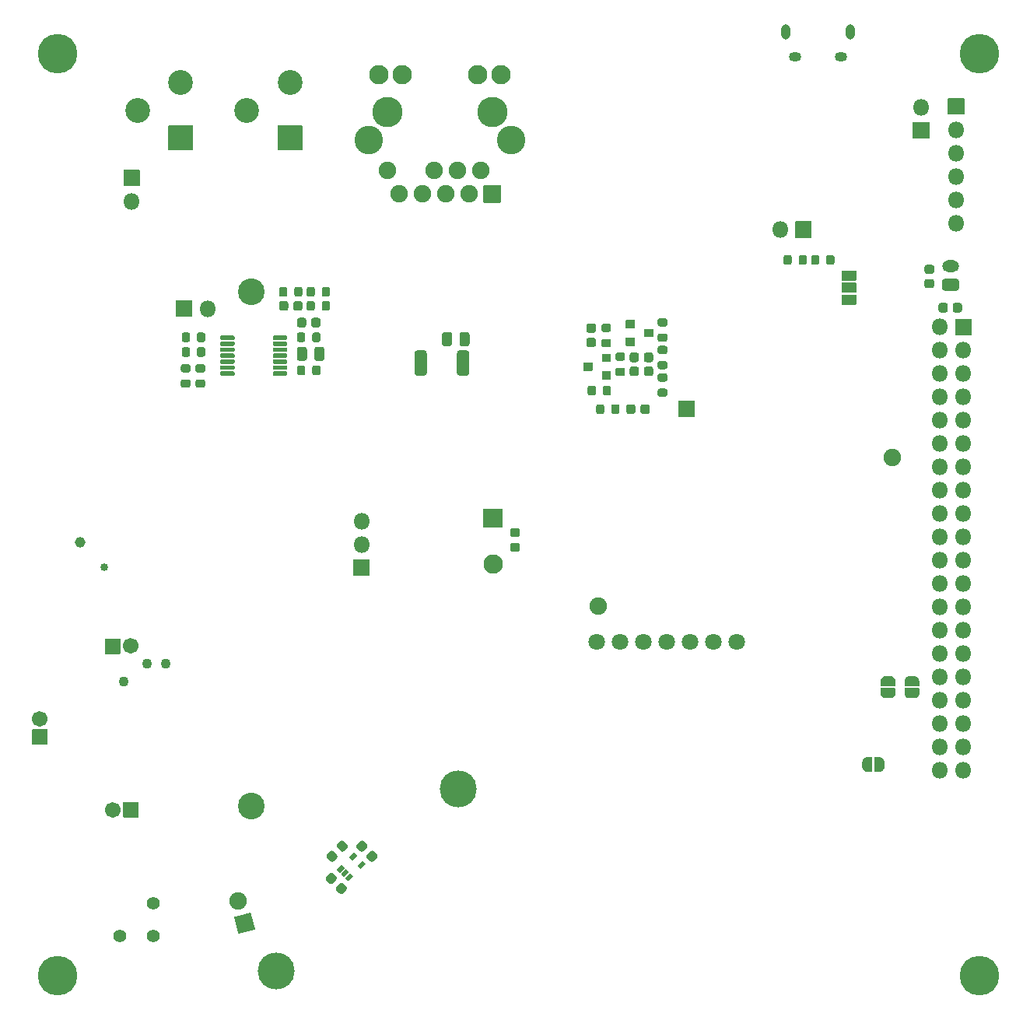
<source format=gbr>
G04 #@! TF.GenerationSoftware,KiCad,Pcbnew,5.1.7-a382d34a8~87~ubuntu18.04.1*
G04 #@! TF.CreationDate,2021-01-18T13:43:01-05:00*
G04 #@! TF.ProjectId,SD1,5344312e-6b69-4636-9164-5f7063625858,0*
G04 #@! TF.SameCoordinates,Original*
G04 #@! TF.FileFunction,Soldermask,Bot*
G04 #@! TF.FilePolarity,Negative*
%FSLAX46Y46*%
G04 Gerber Fmt 4.6, Leading zero omitted, Abs format (unit mm)*
G04 Created by KiCad (PCBNEW 5.1.7-a382d34a8~87~ubuntu18.04.1) date 2021-01-18 13:43:01*
%MOMM*%
%LPD*%
G01*
G04 APERTURE LIST*
%ADD10C,2.901600*%
%ADD11O,1.801600X1.801600*%
%ADD12C,1.701600*%
%ADD13C,4.021600*%
%ADD14C,1.901600*%
%ADD15O,0.991600X1.651600*%
%ADD16O,1.351600X1.051600*%
%ADD17C,3.101600*%
%ADD18C,3.301600*%
%ADD19C,2.101600*%
%ADD20C,1.151600*%
%ADD21C,0.851600*%
%ADD22C,0.100000*%
%ADD23C,1.401600*%
%ADD24C,2.701600*%
%ADD25C,1.101600*%
%ADD26O,1.851600X1.301600*%
%ADD27C,4.301600*%
%ADD28C,1.801600*%
G04 APERTURE END LIST*
D10*
G04 #@! TO.C,U101*
X140500000Y-36130000D03*
X140500000Y-92130000D03*
D11*
X215460000Y-50160000D03*
X218000000Y-52700000D03*
X215460000Y-52700000D03*
X218000000Y-55240000D03*
X215460000Y-40000000D03*
X215460000Y-42540000D03*
X218000000Y-47620000D03*
X218000000Y-42540000D03*
X218000000Y-50160000D03*
G36*
G01*
X217099200Y-40850000D02*
X217099200Y-39150000D01*
G75*
G02*
X217150000Y-39099200I50800J0D01*
G01*
X218850000Y-39099200D01*
G75*
G02*
X218900800Y-39150000I0J-50800D01*
G01*
X218900800Y-40850000D01*
G75*
G02*
X218850000Y-40900800I-50800J0D01*
G01*
X217150000Y-40900800D01*
G75*
G02*
X217099200Y-40850000I0J50800D01*
G01*
G37*
X215460000Y-47620000D03*
X218000000Y-45080000D03*
X215460000Y-45080000D03*
X215460000Y-55240000D03*
X218000000Y-57780000D03*
X215460000Y-57780000D03*
X218000000Y-60320000D03*
X215460000Y-60320000D03*
X218000000Y-62860000D03*
X215460000Y-62860000D03*
X218000000Y-65400000D03*
X215460000Y-65400000D03*
X218000000Y-67940000D03*
X215460000Y-67940000D03*
X218000000Y-70480000D03*
X215460000Y-70480000D03*
X218000000Y-73020000D03*
X215460000Y-73020000D03*
X218000000Y-75560000D03*
X215460000Y-75560000D03*
X218000000Y-78100000D03*
X215460000Y-78100000D03*
X218000000Y-80640000D03*
X215460000Y-80640000D03*
X218000000Y-83180000D03*
X215460000Y-83180000D03*
X218000000Y-85720000D03*
X215460000Y-85720000D03*
X218000000Y-88260000D03*
X215460000Y-88260000D03*
G04 #@! TD*
G04 #@! TO.C,R323*
G36*
G01*
X147425800Y-37399600D02*
X147425800Y-38000400D01*
G75*
G02*
X147200400Y-38225800I-225400J0D01*
G01*
X146749600Y-38225800D01*
G75*
G02*
X146524200Y-38000400I0J225400D01*
G01*
X146524200Y-37399600D01*
G75*
G02*
X146749600Y-37174200I225400J0D01*
G01*
X147200400Y-37174200D01*
G75*
G02*
X147425800Y-37399600I0J-225400D01*
G01*
G37*
G36*
G01*
X149075800Y-37399600D02*
X149075800Y-38000400D01*
G75*
G02*
X148850400Y-38225800I-225400J0D01*
G01*
X148399600Y-38225800D01*
G75*
G02*
X148174200Y-38000400I0J225400D01*
G01*
X148174200Y-37399600D01*
G75*
G02*
X148399600Y-37174200I225400J0D01*
G01*
X148850400Y-37174200D01*
G75*
G02*
X149075800Y-37399600I0J-225400D01*
G01*
G37*
G04 #@! TD*
G04 #@! TO.C,U601*
G36*
G01*
X126549200Y-93315000D02*
X126549200Y-91715000D01*
G75*
G02*
X126600000Y-91664200I50800J0D01*
G01*
X128200000Y-91664200D01*
G75*
G02*
X128250800Y-91715000I0J-50800D01*
G01*
X128250800Y-93315000D01*
G75*
G02*
X128200000Y-93365800I-50800J0D01*
G01*
X126600000Y-93365800D01*
G75*
G02*
X126549200Y-93315000I0J50800D01*
G01*
G37*
D12*
X125400000Y-92515000D03*
X127400000Y-74725000D03*
G36*
G01*
X124549200Y-75535000D02*
X124549200Y-73935000D01*
G75*
G02*
X124600000Y-73884200I50800J0D01*
G01*
X126200000Y-73884200D01*
G75*
G02*
X126250800Y-73935000I0J-50800D01*
G01*
X126250800Y-75535000D01*
G75*
G02*
X126200000Y-75585800I-50800J0D01*
G01*
X124600000Y-75585800D01*
G75*
G02*
X124549200Y-75535000I0J50800D01*
G01*
G37*
X117510000Y-82625000D03*
G36*
G01*
X116659200Y-85425000D02*
X116659200Y-83825000D01*
G75*
G02*
X116710000Y-83774200I50800J0D01*
G01*
X118310000Y-83774200D01*
G75*
G02*
X118360800Y-83825000I0J-50800D01*
G01*
X118360800Y-85425000D01*
G75*
G02*
X118310000Y-85475800I-50800J0D01*
G01*
X116710000Y-85475800D01*
G75*
G02*
X116659200Y-85425000I0J50800D01*
G01*
G37*
G04 #@! TD*
G04 #@! TO.C,JP802*
G36*
G01*
X206294400Y-37571600D02*
X204794400Y-37571600D01*
G75*
G02*
X204743600Y-37520800I0J50800D01*
G01*
X204743600Y-36520800D01*
G75*
G02*
X204794400Y-36470000I50800J0D01*
G01*
X206294400Y-36470000D01*
G75*
G02*
X206345200Y-36520800I0J-50800D01*
G01*
X206345200Y-37520800D01*
G75*
G02*
X206294400Y-37571600I-50800J0D01*
G01*
G37*
G36*
G01*
X206294400Y-34971600D02*
X204794400Y-34971600D01*
G75*
G02*
X204743600Y-34920800I0J50800D01*
G01*
X204743600Y-33920800D01*
G75*
G02*
X204794400Y-33870000I50800J0D01*
G01*
X206294400Y-33870000D01*
G75*
G02*
X206345200Y-33920800I0J-50800D01*
G01*
X206345200Y-34920800D01*
G75*
G02*
X206294400Y-34971600I-50800J0D01*
G01*
G37*
G36*
G01*
X206294400Y-36271600D02*
X204794400Y-36271600D01*
G75*
G02*
X204743600Y-36220800I0J50800D01*
G01*
X204743600Y-35220800D01*
G75*
G02*
X204794400Y-35170000I50800J0D01*
G01*
X206294400Y-35170000D01*
G75*
G02*
X206345200Y-35220800I0J-50800D01*
G01*
X206345200Y-36220800D01*
G75*
G02*
X206294400Y-36271600I-50800J0D01*
G01*
G37*
G04 #@! TD*
D13*
G04 #@! TO.C,U703*
X143222256Y-110046121D03*
X163021246Y-90247131D03*
G04 #@! TD*
G04 #@! TO.C,D701*
G36*
G01*
X140872850Y-105569706D02*
X139134184Y-106035580D01*
G75*
G02*
X139071967Y-105999659I-13148J49069D01*
G01*
X138606093Y-104260993D01*
G75*
G02*
X138642014Y-104198776I49069J13148D01*
G01*
X140380680Y-103732902D01*
G75*
G02*
X140442897Y-103768823I13148J-49069D01*
G01*
X140908771Y-105507489D01*
G75*
G02*
X140872850Y-105569706I-49069J-13148D01*
G01*
G37*
D14*
X139100032Y-102430789D03*
G04 #@! TD*
G04 #@! TO.C,R312*
G36*
G01*
X158271700Y-45025067D02*
X158271700Y-42814933D01*
G75*
G02*
X158542433Y-42544200I270733J0D01*
G01*
X159327567Y-42544200D01*
G75*
G02*
X159598300Y-42814933I0J-270733D01*
G01*
X159598300Y-45025067D01*
G75*
G02*
X159327567Y-45295800I-270733J0D01*
G01*
X158542433Y-45295800D01*
G75*
G02*
X158271700Y-45025067I0J270733D01*
G01*
G37*
G36*
G01*
X162896700Y-45025067D02*
X162896700Y-42814933D01*
G75*
G02*
X163167433Y-42544200I270733J0D01*
G01*
X163952567Y-42544200D01*
G75*
G02*
X164223300Y-42814933I0J-270733D01*
G01*
X164223300Y-45025067D01*
G75*
G02*
X163952567Y-45295800I-270733J0D01*
G01*
X163167433Y-45295800D01*
G75*
G02*
X162896700Y-45025067I0J270733D01*
G01*
G37*
G04 #@! TD*
D15*
G04 #@! TO.C,J403*
X198700000Y-7880000D03*
X205700000Y-7880000D03*
D16*
X199700000Y-10580000D03*
X204700000Y-10580000D03*
G04 #@! TD*
D17*
G04 #@! TO.C,J201*
X153260000Y-19680000D03*
X168760000Y-19680000D03*
D18*
X155290000Y-16630000D03*
X166720000Y-16630000D03*
D19*
X154380000Y-12570000D03*
X156920000Y-12570000D03*
X165100000Y-12570000D03*
D14*
X155290000Y-22980000D03*
X156560000Y-25520000D03*
X159100000Y-25520000D03*
X160370000Y-22980000D03*
X161640000Y-25520000D03*
X162910000Y-22980000D03*
X164180000Y-25520000D03*
X165450000Y-22980000D03*
D19*
X167640000Y-12570000D03*
G36*
G01*
X167670800Y-24620000D02*
X167670800Y-26420000D01*
G75*
G02*
X167620000Y-26470800I-50800J0D01*
G01*
X165820000Y-26470800D01*
G75*
G02*
X165769200Y-26420000I0J50800D01*
G01*
X165769200Y-24620000D01*
G75*
G02*
X165820000Y-24569200I50800J0D01*
G01*
X167620000Y-24569200D01*
G75*
G02*
X167670800Y-24620000I0J-50800D01*
G01*
G37*
G04 #@! TD*
D20*
G04 #@! TO.C,SW101*
X121856497Y-63406497D03*
D21*
X124543503Y-66093503D03*
G04 #@! TD*
G04 #@! TO.C,R109*
G36*
G01*
X169481650Y-62871584D02*
X168918350Y-62871584D01*
G75*
G02*
X168674200Y-62627434I0J244150D01*
G01*
X168674200Y-62139134D01*
G75*
G02*
X168918350Y-61894984I244150J0D01*
G01*
X169481650Y-61894984D01*
G75*
G02*
X169725800Y-62139134I0J-244150D01*
G01*
X169725800Y-62627434D01*
G75*
G02*
X169481650Y-62871584I-244150J0D01*
G01*
G37*
G36*
G01*
X169481650Y-64446584D02*
X168918350Y-64446584D01*
G75*
G02*
X168674200Y-64202434I0J244150D01*
G01*
X168674200Y-63714134D01*
G75*
G02*
X168918350Y-63469984I244150J0D01*
G01*
X169481650Y-63469984D01*
G75*
G02*
X169725800Y-63714134I0J-244150D01*
G01*
X169725800Y-64202434D01*
G75*
G02*
X169481650Y-64446584I-244150J0D01*
G01*
G37*
G04 #@! TD*
D19*
G04 #@! TO.C,LS101*
X166800000Y-65800000D03*
G36*
G01*
X165800000Y-59749200D02*
X167800000Y-59749200D01*
G75*
G02*
X167850800Y-59800000I0J-50800D01*
G01*
X167850800Y-61800000D01*
G75*
G02*
X167800000Y-61850800I-50800J0D01*
G01*
X165800000Y-61850800D01*
G75*
G02*
X165749200Y-61800000I0J50800D01*
G01*
X165749200Y-59800000D01*
G75*
G02*
X165800000Y-59749200I50800J0D01*
G01*
G37*
G04 #@! TD*
D22*
G04 #@! TO.C,JP102*
G36*
X213200198Y-79856113D02*
G01*
X213200198Y-79874534D01*
X213199953Y-79879514D01*
X213195143Y-79928345D01*
X213194412Y-79933275D01*
X213184840Y-79981400D01*
X213183628Y-79986237D01*
X213169384Y-80033192D01*
X213167705Y-80037885D01*
X213148928Y-80083218D01*
X213146796Y-80087726D01*
X213123665Y-80130999D01*
X213121103Y-80135273D01*
X213093843Y-80176072D01*
X213090873Y-80180077D01*
X213059745Y-80218006D01*
X213056397Y-80221700D01*
X213021700Y-80256397D01*
X213018006Y-80259745D01*
X212980077Y-80290873D01*
X212976072Y-80293843D01*
X212935273Y-80321103D01*
X212930999Y-80323665D01*
X212887726Y-80346796D01*
X212883218Y-80348928D01*
X212837885Y-80367705D01*
X212833192Y-80369384D01*
X212786237Y-80383628D01*
X212781400Y-80384840D01*
X212733275Y-80394412D01*
X212728345Y-80395143D01*
X212679514Y-80399953D01*
X212674534Y-80400198D01*
X212656113Y-80400198D01*
X212650000Y-80400800D01*
X212150000Y-80400800D01*
X212143887Y-80400198D01*
X212125466Y-80400198D01*
X212120486Y-80399953D01*
X212071655Y-80395143D01*
X212066725Y-80394412D01*
X212018600Y-80384840D01*
X212013763Y-80383628D01*
X211966808Y-80369384D01*
X211962115Y-80367705D01*
X211916782Y-80348928D01*
X211912274Y-80346796D01*
X211869001Y-80323665D01*
X211864727Y-80321103D01*
X211823928Y-80293843D01*
X211819923Y-80290873D01*
X211781994Y-80259745D01*
X211778300Y-80256397D01*
X211743603Y-80221700D01*
X211740255Y-80218006D01*
X211709127Y-80180077D01*
X211706157Y-80176072D01*
X211678897Y-80135273D01*
X211676335Y-80130999D01*
X211653204Y-80087726D01*
X211651072Y-80083218D01*
X211632295Y-80037885D01*
X211630616Y-80033192D01*
X211616372Y-79986237D01*
X211615160Y-79981400D01*
X211605588Y-79933275D01*
X211604857Y-79928345D01*
X211600047Y-79879514D01*
X211599802Y-79874534D01*
X211599802Y-79856113D01*
X211599200Y-79850000D01*
X211599200Y-79350000D01*
X211600176Y-79340089D01*
X211603067Y-79330560D01*
X211607761Y-79321777D01*
X211614079Y-79314079D01*
X211621777Y-79307761D01*
X211630560Y-79303067D01*
X211640089Y-79300176D01*
X211650000Y-79299200D01*
X213150000Y-79299200D01*
X213159911Y-79300176D01*
X213169440Y-79303067D01*
X213178223Y-79307761D01*
X213185921Y-79314079D01*
X213192239Y-79321777D01*
X213196933Y-79330560D01*
X213199824Y-79340089D01*
X213200800Y-79350000D01*
X213200800Y-79850000D01*
X213200198Y-79856113D01*
G37*
G36*
X213199824Y-79059911D02*
G01*
X213196933Y-79069440D01*
X213192239Y-79078223D01*
X213185921Y-79085921D01*
X213178223Y-79092239D01*
X213169440Y-79096933D01*
X213159911Y-79099824D01*
X213150000Y-79100800D01*
X211650000Y-79100800D01*
X211640089Y-79099824D01*
X211630560Y-79096933D01*
X211621777Y-79092239D01*
X211614079Y-79085921D01*
X211607761Y-79078223D01*
X211603067Y-79069440D01*
X211600176Y-79059911D01*
X211599200Y-79050000D01*
X211599200Y-78550000D01*
X211599802Y-78543887D01*
X211599802Y-78525466D01*
X211600047Y-78520486D01*
X211604857Y-78471655D01*
X211605588Y-78466725D01*
X211615160Y-78418600D01*
X211616372Y-78413763D01*
X211630616Y-78366808D01*
X211632295Y-78362115D01*
X211651072Y-78316782D01*
X211653204Y-78312274D01*
X211676335Y-78269001D01*
X211678897Y-78264727D01*
X211706157Y-78223928D01*
X211709127Y-78219923D01*
X211740255Y-78181994D01*
X211743603Y-78178300D01*
X211778300Y-78143603D01*
X211781994Y-78140255D01*
X211819923Y-78109127D01*
X211823928Y-78106157D01*
X211864727Y-78078897D01*
X211869001Y-78076335D01*
X211912274Y-78053204D01*
X211916782Y-78051072D01*
X211962115Y-78032295D01*
X211966808Y-78030616D01*
X212013763Y-78016372D01*
X212018600Y-78015160D01*
X212066725Y-78005588D01*
X212071655Y-78004857D01*
X212120486Y-78000047D01*
X212125466Y-77999802D01*
X212143887Y-77999802D01*
X212150000Y-77999200D01*
X212650000Y-77999200D01*
X212656113Y-77999802D01*
X212674534Y-77999802D01*
X212679514Y-78000047D01*
X212728345Y-78004857D01*
X212733275Y-78005588D01*
X212781400Y-78015160D01*
X212786237Y-78016372D01*
X212833192Y-78030616D01*
X212837885Y-78032295D01*
X212883218Y-78051072D01*
X212887726Y-78053204D01*
X212930999Y-78076335D01*
X212935273Y-78078897D01*
X212976072Y-78106157D01*
X212980077Y-78109127D01*
X213018006Y-78140255D01*
X213021700Y-78143603D01*
X213056397Y-78178300D01*
X213059745Y-78181994D01*
X213090873Y-78219923D01*
X213093843Y-78223928D01*
X213121103Y-78264727D01*
X213123665Y-78269001D01*
X213146796Y-78312274D01*
X213148928Y-78316782D01*
X213167705Y-78362115D01*
X213169384Y-78366808D01*
X213183628Y-78413763D01*
X213184840Y-78418600D01*
X213194412Y-78466725D01*
X213195143Y-78471655D01*
X213199953Y-78520486D01*
X213200198Y-78525466D01*
X213200198Y-78543887D01*
X213200800Y-78550000D01*
X213200800Y-79050000D01*
X213199824Y-79059911D01*
G37*
G04 #@! TD*
G04 #@! TO.C,JP101*
G36*
X210600198Y-79856113D02*
G01*
X210600198Y-79874534D01*
X210599953Y-79879514D01*
X210595143Y-79928345D01*
X210594412Y-79933275D01*
X210584840Y-79981400D01*
X210583628Y-79986237D01*
X210569384Y-80033192D01*
X210567705Y-80037885D01*
X210548928Y-80083218D01*
X210546796Y-80087726D01*
X210523665Y-80130999D01*
X210521103Y-80135273D01*
X210493843Y-80176072D01*
X210490873Y-80180077D01*
X210459745Y-80218006D01*
X210456397Y-80221700D01*
X210421700Y-80256397D01*
X210418006Y-80259745D01*
X210380077Y-80290873D01*
X210376072Y-80293843D01*
X210335273Y-80321103D01*
X210330999Y-80323665D01*
X210287726Y-80346796D01*
X210283218Y-80348928D01*
X210237885Y-80367705D01*
X210233192Y-80369384D01*
X210186237Y-80383628D01*
X210181400Y-80384840D01*
X210133275Y-80394412D01*
X210128345Y-80395143D01*
X210079514Y-80399953D01*
X210074534Y-80400198D01*
X210056113Y-80400198D01*
X210050000Y-80400800D01*
X209550000Y-80400800D01*
X209543887Y-80400198D01*
X209525466Y-80400198D01*
X209520486Y-80399953D01*
X209471655Y-80395143D01*
X209466725Y-80394412D01*
X209418600Y-80384840D01*
X209413763Y-80383628D01*
X209366808Y-80369384D01*
X209362115Y-80367705D01*
X209316782Y-80348928D01*
X209312274Y-80346796D01*
X209269001Y-80323665D01*
X209264727Y-80321103D01*
X209223928Y-80293843D01*
X209219923Y-80290873D01*
X209181994Y-80259745D01*
X209178300Y-80256397D01*
X209143603Y-80221700D01*
X209140255Y-80218006D01*
X209109127Y-80180077D01*
X209106157Y-80176072D01*
X209078897Y-80135273D01*
X209076335Y-80130999D01*
X209053204Y-80087726D01*
X209051072Y-80083218D01*
X209032295Y-80037885D01*
X209030616Y-80033192D01*
X209016372Y-79986237D01*
X209015160Y-79981400D01*
X209005588Y-79933275D01*
X209004857Y-79928345D01*
X209000047Y-79879514D01*
X208999802Y-79874534D01*
X208999802Y-79856113D01*
X208999200Y-79850000D01*
X208999200Y-79350000D01*
X209000176Y-79340089D01*
X209003067Y-79330560D01*
X209007761Y-79321777D01*
X209014079Y-79314079D01*
X209021777Y-79307761D01*
X209030560Y-79303067D01*
X209040089Y-79300176D01*
X209050000Y-79299200D01*
X210550000Y-79299200D01*
X210559911Y-79300176D01*
X210569440Y-79303067D01*
X210578223Y-79307761D01*
X210585921Y-79314079D01*
X210592239Y-79321777D01*
X210596933Y-79330560D01*
X210599824Y-79340089D01*
X210600800Y-79350000D01*
X210600800Y-79850000D01*
X210600198Y-79856113D01*
G37*
G36*
X210599824Y-79059911D02*
G01*
X210596933Y-79069440D01*
X210592239Y-79078223D01*
X210585921Y-79085921D01*
X210578223Y-79092239D01*
X210569440Y-79096933D01*
X210559911Y-79099824D01*
X210550000Y-79100800D01*
X209050000Y-79100800D01*
X209040089Y-79099824D01*
X209030560Y-79096933D01*
X209021777Y-79092239D01*
X209014079Y-79085921D01*
X209007761Y-79078223D01*
X209003067Y-79069440D01*
X209000176Y-79059911D01*
X208999200Y-79050000D01*
X208999200Y-78550000D01*
X208999802Y-78543887D01*
X208999802Y-78525466D01*
X209000047Y-78520486D01*
X209004857Y-78471655D01*
X209005588Y-78466725D01*
X209015160Y-78418600D01*
X209016372Y-78413763D01*
X209030616Y-78366808D01*
X209032295Y-78362115D01*
X209051072Y-78316782D01*
X209053204Y-78312274D01*
X209076335Y-78269001D01*
X209078897Y-78264727D01*
X209106157Y-78223928D01*
X209109127Y-78219923D01*
X209140255Y-78181994D01*
X209143603Y-78178300D01*
X209178300Y-78143603D01*
X209181994Y-78140255D01*
X209219923Y-78109127D01*
X209223928Y-78106157D01*
X209264727Y-78078897D01*
X209269001Y-78076335D01*
X209312274Y-78053204D01*
X209316782Y-78051072D01*
X209362115Y-78032295D01*
X209366808Y-78030616D01*
X209413763Y-78016372D01*
X209418600Y-78015160D01*
X209466725Y-78005588D01*
X209471655Y-78004857D01*
X209520486Y-78000047D01*
X209525466Y-77999802D01*
X209543887Y-77999802D01*
X209550000Y-77999200D01*
X210050000Y-77999200D01*
X210056113Y-77999802D01*
X210074534Y-77999802D01*
X210079514Y-78000047D01*
X210128345Y-78004857D01*
X210133275Y-78005588D01*
X210181400Y-78015160D01*
X210186237Y-78016372D01*
X210233192Y-78030616D01*
X210237885Y-78032295D01*
X210283218Y-78051072D01*
X210287726Y-78053204D01*
X210330999Y-78076335D01*
X210335273Y-78078897D01*
X210376072Y-78106157D01*
X210380077Y-78109127D01*
X210418006Y-78140255D01*
X210421700Y-78143603D01*
X210456397Y-78178300D01*
X210459745Y-78181994D01*
X210490873Y-78219923D01*
X210493843Y-78223928D01*
X210521103Y-78264727D01*
X210523665Y-78269001D01*
X210546796Y-78312274D01*
X210548928Y-78316782D01*
X210567705Y-78362115D01*
X210569384Y-78366808D01*
X210583628Y-78413763D01*
X210584840Y-78418600D01*
X210594412Y-78466725D01*
X210595143Y-78471655D01*
X210599953Y-78520486D01*
X210600198Y-78525466D01*
X210600198Y-78543887D01*
X210600800Y-78550000D01*
X210600800Y-79050000D01*
X210599824Y-79059911D01*
G37*
G04 #@! TD*
G04 #@! TO.C,C305*
G36*
G01*
X182310800Y-48664600D02*
X182310800Y-49215400D01*
G75*
G02*
X182060400Y-49465800I-250400J0D01*
G01*
X181559600Y-49465800D01*
G75*
G02*
X181309200Y-49215400I0J250400D01*
G01*
X181309200Y-48664600D01*
G75*
G02*
X181559600Y-48414200I250400J0D01*
G01*
X182060400Y-48414200D01*
G75*
G02*
X182310800Y-48664600I0J-250400D01*
G01*
G37*
G36*
G01*
X183860800Y-48664600D02*
X183860800Y-49215400D01*
G75*
G02*
X183610400Y-49465800I-250400J0D01*
G01*
X183109600Y-49465800D01*
G75*
G02*
X182859200Y-49215400I0J250400D01*
G01*
X182859200Y-48664600D01*
G75*
G02*
X183109600Y-48414200I250400J0D01*
G01*
X183610400Y-48414200D01*
G75*
G02*
X183860800Y-48664600I0J-250400D01*
G01*
G37*
G04 #@! TD*
G04 #@! TO.C,C307*
G36*
G01*
X147359200Y-43420400D02*
X147359200Y-42419600D01*
G75*
G02*
X147634600Y-42144200I275400J0D01*
G01*
X148185400Y-42144200D01*
G75*
G02*
X148460800Y-42419600I0J-275400D01*
G01*
X148460800Y-43420400D01*
G75*
G02*
X148185400Y-43695800I-275400J0D01*
G01*
X147634600Y-43695800D01*
G75*
G02*
X147359200Y-43420400I0J275400D01*
G01*
G37*
G36*
G01*
X145459200Y-43420400D02*
X145459200Y-42419600D01*
G75*
G02*
X145734600Y-42144200I275400J0D01*
G01*
X146285400Y-42144200D01*
G75*
G02*
X146560800Y-42419600I0J-275400D01*
G01*
X146560800Y-43420400D01*
G75*
G02*
X146285400Y-43695800I-275400J0D01*
G01*
X145734600Y-43695800D01*
G75*
G02*
X145459200Y-43420400I0J275400D01*
G01*
G37*
G04 #@! TD*
G04 #@! TO.C,C313*
G36*
G01*
X164260800Y-40819600D02*
X164260800Y-41820400D01*
G75*
G02*
X163985400Y-42095800I-275400J0D01*
G01*
X163434600Y-42095800D01*
G75*
G02*
X163159200Y-41820400I0J275400D01*
G01*
X163159200Y-40819600D01*
G75*
G02*
X163434600Y-40544200I275400J0D01*
G01*
X163985400Y-40544200D01*
G75*
G02*
X164260800Y-40819600I0J-275400D01*
G01*
G37*
G36*
G01*
X162360800Y-40819600D02*
X162360800Y-41820400D01*
G75*
G02*
X162085400Y-42095800I-275400J0D01*
G01*
X161534600Y-42095800D01*
G75*
G02*
X161259200Y-41820400I0J275400D01*
G01*
X161259200Y-40819600D01*
G75*
G02*
X161534600Y-40544200I275400J0D01*
G01*
X162085400Y-40544200D01*
G75*
G02*
X162360800Y-40819600I0J-275400D01*
G01*
G37*
G04 #@! TD*
G04 #@! TO.C,C314*
G36*
G01*
X184235800Y-43024600D02*
X184235800Y-43575400D01*
G75*
G02*
X183985400Y-43825800I-250400J0D01*
G01*
X183484600Y-43825800D01*
G75*
G02*
X183234200Y-43575400I0J250400D01*
G01*
X183234200Y-43024600D01*
G75*
G02*
X183484600Y-42774200I250400J0D01*
G01*
X183985400Y-42774200D01*
G75*
G02*
X184235800Y-43024600I0J-250400D01*
G01*
G37*
G36*
G01*
X182685800Y-43024600D02*
X182685800Y-43575400D01*
G75*
G02*
X182435400Y-43825800I-250400J0D01*
G01*
X181934600Y-43825800D01*
G75*
G02*
X181684200Y-43575400I0J250400D01*
G01*
X181684200Y-43024600D01*
G75*
G02*
X181934600Y-42774200I250400J0D01*
G01*
X182435400Y-42774200D01*
G75*
G02*
X182685800Y-43024600I0J-250400D01*
G01*
G37*
G04 #@! TD*
G04 #@! TO.C,C315*
G36*
G01*
X147034200Y-39795400D02*
X147034200Y-39244600D01*
G75*
G02*
X147284600Y-38994200I250400J0D01*
G01*
X147785400Y-38994200D01*
G75*
G02*
X148035800Y-39244600I0J-250400D01*
G01*
X148035800Y-39795400D01*
G75*
G02*
X147785400Y-40045800I-250400J0D01*
G01*
X147284600Y-40045800D01*
G75*
G02*
X147034200Y-39795400I0J250400D01*
G01*
G37*
G36*
G01*
X145484200Y-39795400D02*
X145484200Y-39244600D01*
G75*
G02*
X145734600Y-38994200I250400J0D01*
G01*
X146235400Y-38994200D01*
G75*
G02*
X146485800Y-39244600I0J-250400D01*
G01*
X146485800Y-39795400D01*
G75*
G02*
X146235400Y-40045800I-250400J0D01*
G01*
X145734600Y-40045800D01*
G75*
G02*
X145484200Y-39795400I0J250400D01*
G01*
G37*
G04 #@! TD*
G04 #@! TO.C,C316*
G36*
G01*
X184235800Y-44544600D02*
X184235800Y-45095400D01*
G75*
G02*
X183985400Y-45345800I-250400J0D01*
G01*
X183484600Y-45345800D01*
G75*
G02*
X183234200Y-45095400I0J250400D01*
G01*
X183234200Y-44544600D01*
G75*
G02*
X183484600Y-44294200I250400J0D01*
G01*
X183985400Y-44294200D01*
G75*
G02*
X184235800Y-44544600I0J-250400D01*
G01*
G37*
G36*
G01*
X182685800Y-44544600D02*
X182685800Y-45095400D01*
G75*
G02*
X182435400Y-45345800I-250400J0D01*
G01*
X181934600Y-45345800D01*
G75*
G02*
X181684200Y-45095400I0J250400D01*
G01*
X181684200Y-44544600D01*
G75*
G02*
X181934600Y-44294200I250400J0D01*
G01*
X182435400Y-44294200D01*
G75*
G02*
X182685800Y-44544600I0J-250400D01*
G01*
G37*
G04 #@! TD*
G04 #@! TO.C,C318*
G36*
G01*
X143524200Y-37975400D02*
X143524200Y-37424600D01*
G75*
G02*
X143774600Y-37174200I250400J0D01*
G01*
X144275400Y-37174200D01*
G75*
G02*
X144525800Y-37424600I0J-250400D01*
G01*
X144525800Y-37975400D01*
G75*
G02*
X144275400Y-38225800I-250400J0D01*
G01*
X143774600Y-38225800D01*
G75*
G02*
X143524200Y-37975400I0J250400D01*
G01*
G37*
G36*
G01*
X145074200Y-37975400D02*
X145074200Y-37424600D01*
G75*
G02*
X145324600Y-37174200I250400J0D01*
G01*
X145825400Y-37174200D01*
G75*
G02*
X146075800Y-37424600I0J-250400D01*
G01*
X146075800Y-37975400D01*
G75*
G02*
X145825400Y-38225800I-250400J0D01*
G01*
X145324600Y-38225800D01*
G75*
G02*
X145074200Y-37975400I0J250400D01*
G01*
G37*
G04 #@! TD*
G04 #@! TO.C,C102*
G36*
G01*
X217850800Y-37624600D02*
X217850800Y-38175400D01*
G75*
G02*
X217600400Y-38425800I-250400J0D01*
G01*
X217099600Y-38425800D01*
G75*
G02*
X216849200Y-38175400I0J250400D01*
G01*
X216849200Y-37624600D01*
G75*
G02*
X217099600Y-37374200I250400J0D01*
G01*
X217600400Y-37374200D01*
G75*
G02*
X217850800Y-37624600I0J-250400D01*
G01*
G37*
G36*
G01*
X216300800Y-37624600D02*
X216300800Y-38175400D01*
G75*
G02*
X216050400Y-38425800I-250400J0D01*
G01*
X215549600Y-38425800D01*
G75*
G02*
X215299200Y-38175400I0J250400D01*
G01*
X215299200Y-37624600D01*
G75*
G02*
X215549600Y-37374200I250400J0D01*
G01*
X216050400Y-37374200D01*
G75*
G02*
X216300800Y-37624600I0J-250400D01*
G01*
G37*
G04 #@! TD*
G04 #@! TO.C,D310*
G36*
G01*
X179660800Y-42970000D02*
X179660800Y-43770000D01*
G75*
G02*
X179610000Y-43820800I-50800J0D01*
G01*
X178710000Y-43820800D01*
G75*
G02*
X178659200Y-43770000I0J50800D01*
G01*
X178659200Y-42970000D01*
G75*
G02*
X178710000Y-42919200I50800J0D01*
G01*
X179610000Y-42919200D01*
G75*
G02*
X179660800Y-42970000I0J-50800D01*
G01*
G37*
G36*
G01*
X179660800Y-44870000D02*
X179660800Y-45670000D01*
G75*
G02*
X179610000Y-45720800I-50800J0D01*
G01*
X178710000Y-45720800D01*
G75*
G02*
X178659200Y-45670000I0J50800D01*
G01*
X178659200Y-44870000D01*
G75*
G02*
X178710000Y-44819200I50800J0D01*
G01*
X179610000Y-44819200D01*
G75*
G02*
X179660800Y-44870000I0J-50800D01*
G01*
G37*
G36*
G01*
X177660800Y-43920000D02*
X177660800Y-44720000D01*
G75*
G02*
X177610000Y-44770800I-50800J0D01*
G01*
X176710000Y-44770800D01*
G75*
G02*
X176659200Y-44720000I0J50800D01*
G01*
X176659200Y-43920000D01*
G75*
G02*
X176710000Y-43869200I50800J0D01*
G01*
X177610000Y-43869200D01*
G75*
G02*
X177660800Y-43920000I0J-50800D01*
G01*
G37*
G04 #@! TD*
G04 #@! TO.C,R301*
G36*
G01*
X135260400Y-46595800D02*
X134659600Y-46595800D01*
G75*
G02*
X134434200Y-46370400I0J225400D01*
G01*
X134434200Y-45919600D01*
G75*
G02*
X134659600Y-45694200I225400J0D01*
G01*
X135260400Y-45694200D01*
G75*
G02*
X135485800Y-45919600I0J-225400D01*
G01*
X135485800Y-46370400D01*
G75*
G02*
X135260400Y-46595800I-225400J0D01*
G01*
G37*
G36*
G01*
X135260400Y-44945800D02*
X134659600Y-44945800D01*
G75*
G02*
X134434200Y-44720400I0J225400D01*
G01*
X134434200Y-44269600D01*
G75*
G02*
X134659600Y-44044200I225400J0D01*
G01*
X135260400Y-44044200D01*
G75*
G02*
X135485800Y-44269600I0J-225400D01*
G01*
X135485800Y-44720400D01*
G75*
G02*
X135260400Y-44945800I-225400J0D01*
G01*
G37*
G04 #@! TD*
G04 #@! TO.C,R306*
G36*
G01*
X133835800Y-40819600D02*
X133835800Y-41420400D01*
G75*
G02*
X133610400Y-41645800I-225400J0D01*
G01*
X133159600Y-41645800D01*
G75*
G02*
X132934200Y-41420400I0J225400D01*
G01*
X132934200Y-40819600D01*
G75*
G02*
X133159600Y-40594200I225400J0D01*
G01*
X133610400Y-40594200D01*
G75*
G02*
X133835800Y-40819600I0J-225400D01*
G01*
G37*
G36*
G01*
X135485800Y-40819600D02*
X135485800Y-41420400D01*
G75*
G02*
X135260400Y-41645800I-225400J0D01*
G01*
X134809600Y-41645800D01*
G75*
G02*
X134584200Y-41420400I0J225400D01*
G01*
X134584200Y-40819600D01*
G75*
G02*
X134809600Y-40594200I225400J0D01*
G01*
X135260400Y-40594200D01*
G75*
G02*
X135485800Y-40819600I0J-225400D01*
G01*
G37*
G04 #@! TD*
G04 #@! TO.C,R307*
G36*
G01*
X135485800Y-42419600D02*
X135485800Y-43020400D01*
G75*
G02*
X135260400Y-43245800I-225400J0D01*
G01*
X134809600Y-43245800D01*
G75*
G02*
X134584200Y-43020400I0J225400D01*
G01*
X134584200Y-42419600D01*
G75*
G02*
X134809600Y-42194200I225400J0D01*
G01*
X135260400Y-42194200D01*
G75*
G02*
X135485800Y-42419600I0J-225400D01*
G01*
G37*
G36*
G01*
X133835800Y-42419600D02*
X133835800Y-43020400D01*
G75*
G02*
X133610400Y-43245800I-225400J0D01*
G01*
X133159600Y-43245800D01*
G75*
G02*
X132934200Y-43020400I0J225400D01*
G01*
X132934200Y-42419600D01*
G75*
G02*
X133159600Y-42194200I225400J0D01*
G01*
X133610400Y-42194200D01*
G75*
G02*
X133835800Y-42419600I0J-225400D01*
G01*
G37*
G04 #@! TD*
G04 #@! TO.C,R308*
G36*
G01*
X184959600Y-46694200D02*
X185560400Y-46694200D01*
G75*
G02*
X185785800Y-46919600I0J-225400D01*
G01*
X185785800Y-47370400D01*
G75*
G02*
X185560400Y-47595800I-225400J0D01*
G01*
X184959600Y-47595800D01*
G75*
G02*
X184734200Y-47370400I0J225400D01*
G01*
X184734200Y-46919600D01*
G75*
G02*
X184959600Y-46694200I225400J0D01*
G01*
G37*
G36*
G01*
X184959600Y-45044200D02*
X185560400Y-45044200D01*
G75*
G02*
X185785800Y-45269600I0J-225400D01*
G01*
X185785800Y-45720400D01*
G75*
G02*
X185560400Y-45945800I-225400J0D01*
G01*
X184959600Y-45945800D01*
G75*
G02*
X184734200Y-45720400I0J225400D01*
G01*
X184734200Y-45269600D01*
G75*
G02*
X184959600Y-45044200I225400J0D01*
G01*
G37*
G04 #@! TD*
G04 #@! TO.C,R311*
G36*
G01*
X148035800Y-44419600D02*
X148035800Y-45020400D01*
G75*
G02*
X147810400Y-45245800I-225400J0D01*
G01*
X147359600Y-45245800D01*
G75*
G02*
X147134200Y-45020400I0J225400D01*
G01*
X147134200Y-44419600D01*
G75*
G02*
X147359600Y-44194200I225400J0D01*
G01*
X147810400Y-44194200D01*
G75*
G02*
X148035800Y-44419600I0J-225400D01*
G01*
G37*
G36*
G01*
X146385800Y-44419600D02*
X146385800Y-45020400D01*
G75*
G02*
X146160400Y-45245800I-225400J0D01*
G01*
X145709600Y-45245800D01*
G75*
G02*
X145484200Y-45020400I0J225400D01*
G01*
X145484200Y-44419600D01*
G75*
G02*
X145709600Y-44194200I225400J0D01*
G01*
X146160400Y-44194200D01*
G75*
G02*
X146385800Y-44419600I0J-225400D01*
G01*
G37*
G04 #@! TD*
G04 #@! TO.C,R313*
G36*
G01*
X179655800Y-46619600D02*
X179655800Y-47220400D01*
G75*
G02*
X179430400Y-47445800I-225400J0D01*
G01*
X178979600Y-47445800D01*
G75*
G02*
X178754200Y-47220400I0J225400D01*
G01*
X178754200Y-46619600D01*
G75*
G02*
X178979600Y-46394200I225400J0D01*
G01*
X179430400Y-46394200D01*
G75*
G02*
X179655800Y-46619600I0J-225400D01*
G01*
G37*
G36*
G01*
X178005800Y-46619600D02*
X178005800Y-47220400D01*
G75*
G02*
X177780400Y-47445800I-225400J0D01*
G01*
X177329600Y-47445800D01*
G75*
G02*
X177104200Y-47220400I0J225400D01*
G01*
X177104200Y-46619600D01*
G75*
G02*
X177329600Y-46394200I225400J0D01*
G01*
X177780400Y-46394200D01*
G75*
G02*
X178005800Y-46619600I0J-225400D01*
G01*
G37*
G04 #@! TD*
G04 #@! TO.C,R314*
G36*
G01*
X179430400Y-40545800D02*
X178829600Y-40545800D01*
G75*
G02*
X178604200Y-40320400I0J225400D01*
G01*
X178604200Y-39869600D01*
G75*
G02*
X178829600Y-39644200I225400J0D01*
G01*
X179430400Y-39644200D01*
G75*
G02*
X179655800Y-39869600I0J-225400D01*
G01*
X179655800Y-40320400D01*
G75*
G02*
X179430400Y-40545800I-225400J0D01*
G01*
G37*
G36*
G01*
X179430400Y-42195800D02*
X178829600Y-42195800D01*
G75*
G02*
X178604200Y-41970400I0J225400D01*
G01*
X178604200Y-41519600D01*
G75*
G02*
X178829600Y-41294200I225400J0D01*
G01*
X179430400Y-41294200D01*
G75*
G02*
X179655800Y-41519600I0J-225400D01*
G01*
X179655800Y-41970400D01*
G75*
G02*
X179430400Y-42195800I-225400J0D01*
G01*
G37*
G04 #@! TD*
G04 #@! TO.C,R315*
G36*
G01*
X184959600Y-42044200D02*
X185560400Y-42044200D01*
G75*
G02*
X185785800Y-42269600I0J-225400D01*
G01*
X185785800Y-42720400D01*
G75*
G02*
X185560400Y-42945800I-225400J0D01*
G01*
X184959600Y-42945800D01*
G75*
G02*
X184734200Y-42720400I0J225400D01*
G01*
X184734200Y-42269600D01*
G75*
G02*
X184959600Y-42044200I225400J0D01*
G01*
G37*
G36*
G01*
X184959600Y-43694200D02*
X185560400Y-43694200D01*
G75*
G02*
X185785800Y-43919600I0J-225400D01*
G01*
X185785800Y-44370400D01*
G75*
G02*
X185560400Y-44595800I-225400J0D01*
G01*
X184959600Y-44595800D01*
G75*
G02*
X184734200Y-44370400I0J225400D01*
G01*
X184734200Y-43919600D01*
G75*
G02*
X184959600Y-43694200I225400J0D01*
G01*
G37*
G04 #@! TD*
G04 #@! TO.C,R316*
G36*
G01*
X146385800Y-40819600D02*
X146385800Y-41420400D01*
G75*
G02*
X146160400Y-41645800I-225400J0D01*
G01*
X145709600Y-41645800D01*
G75*
G02*
X145484200Y-41420400I0J225400D01*
G01*
X145484200Y-40819600D01*
G75*
G02*
X145709600Y-40594200I225400J0D01*
G01*
X146160400Y-40594200D01*
G75*
G02*
X146385800Y-40819600I0J-225400D01*
G01*
G37*
G36*
G01*
X148035800Y-40819600D02*
X148035800Y-41420400D01*
G75*
G02*
X147810400Y-41645800I-225400J0D01*
G01*
X147359600Y-41645800D01*
G75*
G02*
X147134200Y-41420400I0J225400D01*
G01*
X147134200Y-40819600D01*
G75*
G02*
X147359600Y-40594200I225400J0D01*
G01*
X147810400Y-40594200D01*
G75*
G02*
X148035800Y-40819600I0J-225400D01*
G01*
G37*
G04 #@! TD*
G04 #@! TO.C,R317*
G36*
G01*
X133059600Y-45694200D02*
X133660400Y-45694200D01*
G75*
G02*
X133885800Y-45919600I0J-225400D01*
G01*
X133885800Y-46370400D01*
G75*
G02*
X133660400Y-46595800I-225400J0D01*
G01*
X133059600Y-46595800D01*
G75*
G02*
X132834200Y-46370400I0J225400D01*
G01*
X132834200Y-45919600D01*
G75*
G02*
X133059600Y-45694200I225400J0D01*
G01*
G37*
G36*
G01*
X133059600Y-44044200D02*
X133660400Y-44044200D01*
G75*
G02*
X133885800Y-44269600I0J-225400D01*
G01*
X133885800Y-44720400D01*
G75*
G02*
X133660400Y-44945800I-225400J0D01*
G01*
X133059600Y-44945800D01*
G75*
G02*
X132834200Y-44720400I0J225400D01*
G01*
X132834200Y-44269600D01*
G75*
G02*
X133059600Y-44044200I225400J0D01*
G01*
G37*
G04 #@! TD*
G04 #@! TO.C,R319*
G36*
G01*
X180960400Y-43675800D02*
X180359600Y-43675800D01*
G75*
G02*
X180134200Y-43450400I0J225400D01*
G01*
X180134200Y-42999600D01*
G75*
G02*
X180359600Y-42774200I225400J0D01*
G01*
X180960400Y-42774200D01*
G75*
G02*
X181185800Y-42999600I0J-225400D01*
G01*
X181185800Y-43450400D01*
G75*
G02*
X180960400Y-43675800I-225400J0D01*
G01*
G37*
G36*
G01*
X180960400Y-45325800D02*
X180359600Y-45325800D01*
G75*
G02*
X180134200Y-45100400I0J225400D01*
G01*
X180134200Y-44649600D01*
G75*
G02*
X180359600Y-44424200I225400J0D01*
G01*
X180960400Y-44424200D01*
G75*
G02*
X181185800Y-44649600I0J-225400D01*
G01*
X181185800Y-45100400D01*
G75*
G02*
X180960400Y-45325800I-225400J0D01*
G01*
G37*
G04 #@! TD*
G04 #@! TO.C,R320*
G36*
G01*
X146075800Y-35869600D02*
X146075800Y-36470400D01*
G75*
G02*
X145850400Y-36695800I-225400J0D01*
G01*
X145399600Y-36695800D01*
G75*
G02*
X145174200Y-36470400I0J225400D01*
G01*
X145174200Y-35869600D01*
G75*
G02*
X145399600Y-35644200I225400J0D01*
G01*
X145850400Y-35644200D01*
G75*
G02*
X146075800Y-35869600I0J-225400D01*
G01*
G37*
G36*
G01*
X144425800Y-35869600D02*
X144425800Y-36470400D01*
G75*
G02*
X144200400Y-36695800I-225400J0D01*
G01*
X143749600Y-36695800D01*
G75*
G02*
X143524200Y-36470400I0J225400D01*
G01*
X143524200Y-35869600D01*
G75*
G02*
X143749600Y-35644200I225400J0D01*
G01*
X144200400Y-35644200D01*
G75*
G02*
X144425800Y-35869600I0J-225400D01*
G01*
G37*
G04 #@! TD*
G04 #@! TO.C,R324*
G36*
G01*
X185560400Y-41595800D02*
X184959600Y-41595800D01*
G75*
G02*
X184734200Y-41370400I0J225400D01*
G01*
X184734200Y-40919600D01*
G75*
G02*
X184959600Y-40694200I225400J0D01*
G01*
X185560400Y-40694200D01*
G75*
G02*
X185785800Y-40919600I0J-225400D01*
G01*
X185785800Y-41370400D01*
G75*
G02*
X185560400Y-41595800I-225400J0D01*
G01*
G37*
G36*
G01*
X185560400Y-39945800D02*
X184959600Y-39945800D01*
G75*
G02*
X184734200Y-39720400I0J225400D01*
G01*
X184734200Y-39269600D01*
G75*
G02*
X184959600Y-39044200I225400J0D01*
G01*
X185560400Y-39044200D01*
G75*
G02*
X185785800Y-39269600I0J-225400D01*
G01*
X185785800Y-39720400D01*
G75*
G02*
X185560400Y-39945800I-225400J0D01*
G01*
G37*
G04 #@! TD*
G04 #@! TO.C,J402*
G36*
G01*
X216299200Y-16850000D02*
X216299200Y-15150000D01*
G75*
G02*
X216350000Y-15099200I50800J0D01*
G01*
X218050000Y-15099200D01*
G75*
G02*
X218100800Y-15150000I0J-50800D01*
G01*
X218100800Y-16850000D01*
G75*
G02*
X218050000Y-16900800I-50800J0D01*
G01*
X216350000Y-16900800D01*
G75*
G02*
X216299200Y-16850000I0J50800D01*
G01*
G37*
D11*
X217200000Y-18540000D03*
X217200000Y-21080000D03*
X217200000Y-23620000D03*
X217200000Y-26160000D03*
X217200000Y-28700000D03*
G04 #@! TD*
D23*
G04 #@! TO.C,U106*
X126215948Y-106279251D03*
X129808051Y-106279251D03*
X129808051Y-102687149D03*
G04 #@! TD*
G04 #@! TO.C,C701*
G36*
G01*
X150855333Y-101261309D02*
X150465858Y-101650784D01*
G75*
G02*
X150111738Y-101650784I-177060J177060D01*
G01*
X149757619Y-101296665D01*
G75*
G02*
X149757619Y-100942545I177060J177060D01*
G01*
X150147094Y-100553070D01*
G75*
G02*
X150501214Y-100553070I177060J-177060D01*
G01*
X150855333Y-100907189D01*
G75*
G02*
X150855333Y-101261309I-177060J-177060D01*
G01*
G37*
G36*
G01*
X149759317Y-100165293D02*
X149369842Y-100554768D01*
G75*
G02*
X149015722Y-100554768I-177060J177060D01*
G01*
X148661603Y-100200649D01*
G75*
G02*
X148661603Y-99846529I177060J177060D01*
G01*
X149051078Y-99457054D01*
G75*
G02*
X149405198Y-99457054I177060J-177060D01*
G01*
X149759317Y-99811173D01*
G75*
G02*
X149759317Y-100165293I-177060J-177060D01*
G01*
G37*
G04 #@! TD*
G04 #@! TO.C,C702*
G36*
G01*
X153082012Y-96662993D02*
X152692537Y-97052468D01*
G75*
G02*
X152338417Y-97052468I-177060J177060D01*
G01*
X151984298Y-96698349D01*
G75*
G02*
X151984298Y-96344229I177060J177060D01*
G01*
X152373773Y-95954754D01*
G75*
G02*
X152727893Y-95954754I177060J-177060D01*
G01*
X153082012Y-96308873D01*
G75*
G02*
X153082012Y-96662993I-177060J-177060D01*
G01*
G37*
G36*
G01*
X154178028Y-97759009D02*
X153788553Y-98148484D01*
G75*
G02*
X153434433Y-98148484I-177060J177060D01*
G01*
X153080314Y-97794365D01*
G75*
G02*
X153080314Y-97440245I177060J177060D01*
G01*
X153469789Y-97050770D01*
G75*
G02*
X153823909Y-97050770I177060J-177060D01*
G01*
X154178028Y-97404889D01*
G75*
G02*
X154178028Y-97759009I-177060J-177060D01*
G01*
G37*
G04 #@! TD*
D24*
G04 #@! TO.C,J301*
X140020000Y-16430000D03*
X144720000Y-13430000D03*
G36*
G01*
X146070800Y-18130000D02*
X146070800Y-20730000D01*
G75*
G02*
X146020000Y-20780800I-50800J0D01*
G01*
X143420000Y-20780800D01*
G75*
G02*
X143369200Y-20730000I0J50800D01*
G01*
X143369200Y-18130000D01*
G75*
G02*
X143420000Y-18079200I50800J0D01*
G01*
X146020000Y-18079200D01*
G75*
G02*
X146070800Y-18130000I0J-50800D01*
G01*
G37*
G04 #@! TD*
G04 #@! TO.C,J302*
G36*
G01*
X134170800Y-18120000D02*
X134170800Y-20720000D01*
G75*
G02*
X134120000Y-20770800I-50800J0D01*
G01*
X131520000Y-20770800D01*
G75*
G02*
X131469200Y-20720000I0J50800D01*
G01*
X131469200Y-18120000D01*
G75*
G02*
X131520000Y-18069200I50800J0D01*
G01*
X134120000Y-18069200D01*
G75*
G02*
X134170800Y-18120000I0J-50800D01*
G01*
G37*
X132820000Y-13420000D03*
X128120000Y-16420000D03*
G04 #@! TD*
D11*
G04 #@! TO.C,J303*
X135740000Y-38000000D03*
G36*
G01*
X134050000Y-38900800D02*
X132350000Y-38900800D01*
G75*
G02*
X132299200Y-38850000I0J50800D01*
G01*
X132299200Y-37150000D01*
G75*
G02*
X132350000Y-37099200I50800J0D01*
G01*
X134050000Y-37099200D01*
G75*
G02*
X134100800Y-37150000I0J-50800D01*
G01*
X134100800Y-38850000D01*
G75*
G02*
X134050000Y-38900800I-50800J0D01*
G01*
G37*
G04 #@! TD*
G04 #@! TO.C,J304*
G36*
G01*
X126579200Y-24640000D02*
X126579200Y-22940000D01*
G75*
G02*
X126630000Y-22889200I50800J0D01*
G01*
X128330000Y-22889200D01*
G75*
G02*
X128380800Y-22940000I0J-50800D01*
G01*
X128380800Y-24640000D01*
G75*
G02*
X128330000Y-24690800I-50800J0D01*
G01*
X126630000Y-24690800D01*
G75*
G02*
X126579200Y-24640000I0J50800D01*
G01*
G37*
X127480000Y-26330000D03*
G04 #@! TD*
G04 #@! TO.C,J802*
G36*
G01*
X199750000Y-28499200D02*
X201450000Y-28499200D01*
G75*
G02*
X201500800Y-28550000I0J-50800D01*
G01*
X201500800Y-30250000D01*
G75*
G02*
X201450000Y-30300800I-50800J0D01*
G01*
X199750000Y-30300800D01*
G75*
G02*
X199699200Y-30250000I0J50800D01*
G01*
X199699200Y-28550000D01*
G75*
G02*
X199750000Y-28499200I50800J0D01*
G01*
G37*
X198060000Y-29400000D03*
G04 #@! TD*
G04 #@! TO.C,JP401*
X213400000Y-16060000D03*
G36*
G01*
X214300800Y-17750000D02*
X214300800Y-19450000D01*
G75*
G02*
X214250000Y-19500800I-50800J0D01*
G01*
X212550000Y-19500800D01*
G75*
G02*
X212499200Y-19450000I0J50800D01*
G01*
X212499200Y-17750000D01*
G75*
G02*
X212550000Y-17699200I50800J0D01*
G01*
X214250000Y-17699200D01*
G75*
G02*
X214300800Y-17750000I0J-50800D01*
G01*
G37*
G04 #@! TD*
G04 #@! TO.C,TP301*
G36*
G01*
X186959200Y-49770000D02*
X186959200Y-48070000D01*
G75*
G02*
X187010000Y-48019200I50800J0D01*
G01*
X188710000Y-48019200D01*
G75*
G02*
X188760800Y-48070000I0J-50800D01*
G01*
X188760800Y-49770000D01*
G75*
G02*
X188710000Y-49820800I-50800J0D01*
G01*
X187010000Y-49820800D01*
G75*
G02*
X186959200Y-49770000I0J50800D01*
G01*
G37*
G04 #@! TD*
G04 #@! TO.C,U301*
G36*
G01*
X144410800Y-41044600D02*
X144410800Y-41295400D01*
G75*
G02*
X144285400Y-41420800I-125400J0D01*
G01*
X142959600Y-41420800D01*
G75*
G02*
X142834200Y-41295400I0J125400D01*
G01*
X142834200Y-41044600D01*
G75*
G02*
X142959600Y-40919200I125400J0D01*
G01*
X144285400Y-40919200D01*
G75*
G02*
X144410800Y-41044600I0J-125400D01*
G01*
G37*
G36*
G01*
X144410800Y-41694600D02*
X144410800Y-41945400D01*
G75*
G02*
X144285400Y-42070800I-125400J0D01*
G01*
X142959600Y-42070800D01*
G75*
G02*
X142834200Y-41945400I0J125400D01*
G01*
X142834200Y-41694600D01*
G75*
G02*
X142959600Y-41569200I125400J0D01*
G01*
X144285400Y-41569200D01*
G75*
G02*
X144410800Y-41694600I0J-125400D01*
G01*
G37*
G36*
G01*
X144410800Y-42344600D02*
X144410800Y-42595400D01*
G75*
G02*
X144285400Y-42720800I-125400J0D01*
G01*
X142959600Y-42720800D01*
G75*
G02*
X142834200Y-42595400I0J125400D01*
G01*
X142834200Y-42344600D01*
G75*
G02*
X142959600Y-42219200I125400J0D01*
G01*
X144285400Y-42219200D01*
G75*
G02*
X144410800Y-42344600I0J-125400D01*
G01*
G37*
G36*
G01*
X144410800Y-42994600D02*
X144410800Y-43245400D01*
G75*
G02*
X144285400Y-43370800I-125400J0D01*
G01*
X142959600Y-43370800D01*
G75*
G02*
X142834200Y-43245400I0J125400D01*
G01*
X142834200Y-42994600D01*
G75*
G02*
X142959600Y-42869200I125400J0D01*
G01*
X144285400Y-42869200D01*
G75*
G02*
X144410800Y-42994600I0J-125400D01*
G01*
G37*
G36*
G01*
X144410800Y-43644600D02*
X144410800Y-43895400D01*
G75*
G02*
X144285400Y-44020800I-125400J0D01*
G01*
X142959600Y-44020800D01*
G75*
G02*
X142834200Y-43895400I0J125400D01*
G01*
X142834200Y-43644600D01*
G75*
G02*
X142959600Y-43519200I125400J0D01*
G01*
X144285400Y-43519200D01*
G75*
G02*
X144410800Y-43644600I0J-125400D01*
G01*
G37*
G36*
G01*
X144410800Y-44294600D02*
X144410800Y-44545400D01*
G75*
G02*
X144285400Y-44670800I-125400J0D01*
G01*
X142959600Y-44670800D01*
G75*
G02*
X142834200Y-44545400I0J125400D01*
G01*
X142834200Y-44294600D01*
G75*
G02*
X142959600Y-44169200I125400J0D01*
G01*
X144285400Y-44169200D01*
G75*
G02*
X144410800Y-44294600I0J-125400D01*
G01*
G37*
G36*
G01*
X144410800Y-44944600D02*
X144410800Y-45195400D01*
G75*
G02*
X144285400Y-45320800I-125400J0D01*
G01*
X142959600Y-45320800D01*
G75*
G02*
X142834200Y-45195400I0J125400D01*
G01*
X142834200Y-44944600D01*
G75*
G02*
X142959600Y-44819200I125400J0D01*
G01*
X144285400Y-44819200D01*
G75*
G02*
X144410800Y-44944600I0J-125400D01*
G01*
G37*
G36*
G01*
X138685800Y-44944600D02*
X138685800Y-45195400D01*
G75*
G02*
X138560400Y-45320800I-125400J0D01*
G01*
X137234600Y-45320800D01*
G75*
G02*
X137109200Y-45195400I0J125400D01*
G01*
X137109200Y-44944600D01*
G75*
G02*
X137234600Y-44819200I125400J0D01*
G01*
X138560400Y-44819200D01*
G75*
G02*
X138685800Y-44944600I0J-125400D01*
G01*
G37*
G36*
G01*
X138685800Y-44294600D02*
X138685800Y-44545400D01*
G75*
G02*
X138560400Y-44670800I-125400J0D01*
G01*
X137234600Y-44670800D01*
G75*
G02*
X137109200Y-44545400I0J125400D01*
G01*
X137109200Y-44294600D01*
G75*
G02*
X137234600Y-44169200I125400J0D01*
G01*
X138560400Y-44169200D01*
G75*
G02*
X138685800Y-44294600I0J-125400D01*
G01*
G37*
G36*
G01*
X138685800Y-43644600D02*
X138685800Y-43895400D01*
G75*
G02*
X138560400Y-44020800I-125400J0D01*
G01*
X137234600Y-44020800D01*
G75*
G02*
X137109200Y-43895400I0J125400D01*
G01*
X137109200Y-43644600D01*
G75*
G02*
X137234600Y-43519200I125400J0D01*
G01*
X138560400Y-43519200D01*
G75*
G02*
X138685800Y-43644600I0J-125400D01*
G01*
G37*
G36*
G01*
X138685800Y-42994600D02*
X138685800Y-43245400D01*
G75*
G02*
X138560400Y-43370800I-125400J0D01*
G01*
X137234600Y-43370800D01*
G75*
G02*
X137109200Y-43245400I0J125400D01*
G01*
X137109200Y-42994600D01*
G75*
G02*
X137234600Y-42869200I125400J0D01*
G01*
X138560400Y-42869200D01*
G75*
G02*
X138685800Y-42994600I0J-125400D01*
G01*
G37*
G36*
G01*
X138685800Y-42344600D02*
X138685800Y-42595400D01*
G75*
G02*
X138560400Y-42720800I-125400J0D01*
G01*
X137234600Y-42720800D01*
G75*
G02*
X137109200Y-42595400I0J125400D01*
G01*
X137109200Y-42344600D01*
G75*
G02*
X137234600Y-42219200I125400J0D01*
G01*
X138560400Y-42219200D01*
G75*
G02*
X138685800Y-42344600I0J-125400D01*
G01*
G37*
G36*
G01*
X138685800Y-41694600D02*
X138685800Y-41945400D01*
G75*
G02*
X138560400Y-42070800I-125400J0D01*
G01*
X137234600Y-42070800D01*
G75*
G02*
X137109200Y-41945400I0J125400D01*
G01*
X137109200Y-41694600D01*
G75*
G02*
X137234600Y-41569200I125400J0D01*
G01*
X138560400Y-41569200D01*
G75*
G02*
X138685800Y-41694600I0J-125400D01*
G01*
G37*
G36*
G01*
X138685800Y-41044600D02*
X138685800Y-41295400D01*
G75*
G02*
X138560400Y-41420800I-125400J0D01*
G01*
X137234600Y-41420800D01*
G75*
G02*
X137109200Y-41295400I0J125400D01*
G01*
X137109200Y-41044600D01*
G75*
G02*
X137234600Y-40919200I125400J0D01*
G01*
X138560400Y-40919200D01*
G75*
G02*
X138685800Y-41044600I0J-125400D01*
G01*
G37*
G04 #@! TD*
G04 #@! TO.C,U302*
G36*
G01*
X181259200Y-42000000D02*
X181259200Y-41200000D01*
G75*
G02*
X181310000Y-41149200I50800J0D01*
G01*
X182210000Y-41149200D01*
G75*
G02*
X182260800Y-41200000I0J-50800D01*
G01*
X182260800Y-42000000D01*
G75*
G02*
X182210000Y-42050800I-50800J0D01*
G01*
X181310000Y-42050800D01*
G75*
G02*
X181259200Y-42000000I0J50800D01*
G01*
G37*
G36*
G01*
X181259200Y-40100000D02*
X181259200Y-39300000D01*
G75*
G02*
X181310000Y-39249200I50800J0D01*
G01*
X182210000Y-39249200D01*
G75*
G02*
X182260800Y-39300000I0J-50800D01*
G01*
X182260800Y-40100000D01*
G75*
G02*
X182210000Y-40150800I-50800J0D01*
G01*
X181310000Y-40150800D01*
G75*
G02*
X181259200Y-40100000I0J50800D01*
G01*
G37*
G36*
G01*
X183259200Y-41050000D02*
X183259200Y-40250000D01*
G75*
G02*
X183310000Y-40199200I50800J0D01*
G01*
X184210000Y-40199200D01*
G75*
G02*
X184260800Y-40250000I0J-50800D01*
G01*
X184260800Y-41050000D01*
G75*
G02*
X184210000Y-41100800I-50800J0D01*
G01*
X183310000Y-41100800D01*
G75*
G02*
X183259200Y-41050000I0J50800D01*
G01*
G37*
G04 #@! TD*
G04 #@! TO.C,U701*
G36*
G01*
X151038473Y-100296391D02*
X150755630Y-100013548D01*
G75*
G02*
X150755630Y-99941706I35921J35921D01*
G01*
X151215249Y-99482087D01*
G75*
G02*
X151287091Y-99482087I35921J-35921D01*
G01*
X151569934Y-99764930D01*
G75*
G02*
X151569934Y-99836772I-35921J-35921D01*
G01*
X151110315Y-100296391D01*
G75*
G02*
X151038473Y-100296391I-35921J35921D01*
G01*
G37*
G36*
G01*
X150119234Y-99377152D02*
X149836391Y-99094309D01*
G75*
G02*
X149836391Y-99022467I35921J35921D01*
G01*
X150296010Y-98562848D01*
G75*
G02*
X150367852Y-98562848I35921J-35921D01*
G01*
X150650695Y-98845691D01*
G75*
G02*
X150650695Y-98917533I-35921J-35921D01*
G01*
X150191076Y-99377152D01*
G75*
G02*
X150119234Y-99377152I-35921J35921D01*
G01*
G37*
G36*
G01*
X150578854Y-99836771D02*
X150296011Y-99553928D01*
G75*
G02*
X150296011Y-99482086I35921J35921D01*
G01*
X150755630Y-99022467D01*
G75*
G02*
X150827472Y-99022467I35921J-35921D01*
G01*
X151110315Y-99305310D01*
G75*
G02*
X151110315Y-99377152I-35921J-35921D01*
G01*
X150650696Y-99836771D01*
G75*
G02*
X150578854Y-99836771I-35921J35921D01*
G01*
G37*
G36*
G01*
X151462737Y-98033649D02*
X151179894Y-97750806D01*
G75*
G02*
X151179894Y-97678964I35921J35921D01*
G01*
X151639513Y-97219345D01*
G75*
G02*
X151711355Y-97219345I35921J-35921D01*
G01*
X151994198Y-97502188D01*
G75*
G02*
X151994198Y-97574030I-35921J-35921D01*
G01*
X151534579Y-98033649D01*
G75*
G02*
X151462737Y-98033649I-35921J35921D01*
G01*
G37*
G36*
G01*
X152381976Y-98952888D02*
X152099133Y-98670045D01*
G75*
G02*
X152099133Y-98598203I35921J35921D01*
G01*
X152558752Y-98138584D01*
G75*
G02*
X152630594Y-98138584I35921J-35921D01*
G01*
X152913437Y-98421427D01*
G75*
G02*
X152913437Y-98493269I-35921J-35921D01*
G01*
X152453818Y-98952888D01*
G75*
G02*
X152381976Y-98952888I-35921J35921D01*
G01*
G37*
G04 #@! TD*
G04 #@! TO.C,FB701*
G36*
G01*
X150551240Y-95950335D02*
X150949554Y-96348649D01*
G75*
G02*
X150949554Y-96693929I-172640J-172640D01*
G01*
X150604274Y-97039209D01*
G75*
G02*
X150258994Y-97039209I-172640J172640D01*
G01*
X149860680Y-96640895D01*
G75*
G02*
X149860680Y-96295615I172640J172640D01*
G01*
X150205960Y-95950335D01*
G75*
G02*
X150551240Y-95950335I172640J-172640D01*
G01*
G37*
G36*
G01*
X149437546Y-97064029D02*
X149835860Y-97462343D01*
G75*
G02*
X149835860Y-97807623I-172640J-172640D01*
G01*
X149490580Y-98152903D01*
G75*
G02*
X149145300Y-98152903I-172640J172640D01*
G01*
X148746986Y-97754589D01*
G75*
G02*
X148746986Y-97409309I172640J172640D01*
G01*
X149092266Y-97064029D01*
G75*
G02*
X149437546Y-97064029I172640J-172640D01*
G01*
G37*
G04 #@! TD*
D25*
G04 #@! TO.C,TP601*
X126600000Y-78600000D03*
G04 #@! TD*
G04 #@! TO.C,TP602*
X129200000Y-76600000D03*
G04 #@! TD*
G04 #@! TO.C,TP603*
X131200000Y-76600000D03*
G04 #@! TD*
G04 #@! TO.C,C811*
G36*
G01*
X214575400Y-34225800D02*
X214024600Y-34225800D01*
G75*
G02*
X213774200Y-33975400I0J250400D01*
G01*
X213774200Y-33474600D01*
G75*
G02*
X214024600Y-33224200I250400J0D01*
G01*
X214575400Y-33224200D01*
G75*
G02*
X214825800Y-33474600I0J-250400D01*
G01*
X214825800Y-33975400D01*
G75*
G02*
X214575400Y-34225800I-250400J0D01*
G01*
G37*
G36*
G01*
X214575400Y-35775800D02*
X214024600Y-35775800D01*
G75*
G02*
X213774200Y-35525400I0J250400D01*
G01*
X213774200Y-35024600D01*
G75*
G02*
X214024600Y-34774200I250400J0D01*
G01*
X214575400Y-34774200D01*
G75*
G02*
X214825800Y-35024600I0J-250400D01*
G01*
X214825800Y-35525400D01*
G75*
G02*
X214575400Y-35775800I-250400J0D01*
G01*
G37*
G04 #@! TD*
G04 #@! TO.C,J801*
G36*
G01*
X217254635Y-36050800D02*
X215945365Y-36050800D01*
G75*
G02*
X215674200Y-35779635I0J271165D01*
G01*
X215674200Y-35020365D01*
G75*
G02*
X215945365Y-34749200I271165J0D01*
G01*
X217254635Y-34749200D01*
G75*
G02*
X217525800Y-35020365I0J-271165D01*
G01*
X217525800Y-35779635D01*
G75*
G02*
X217254635Y-36050800I-271165J0D01*
G01*
G37*
D26*
X216600000Y-33400000D03*
G04 #@! TD*
G04 #@! TO.C,JP104*
G36*
G01*
X153400800Y-65350000D02*
X153400800Y-67050000D01*
G75*
G02*
X153350000Y-67100800I-50800J0D01*
G01*
X151650000Y-67100800D01*
G75*
G02*
X151599200Y-67050000I0J50800D01*
G01*
X151599200Y-65350000D01*
G75*
G02*
X151650000Y-65299200I50800J0D01*
G01*
X153350000Y-65299200D01*
G75*
G02*
X153400800Y-65350000I0J-50800D01*
G01*
G37*
D11*
X152500000Y-63660000D03*
X152500000Y-61120000D03*
G04 #@! TD*
D27*
G04 #@! TO.C,MK101*
X119380000Y-10287000D03*
G04 #@! TD*
G04 #@! TO.C,MK102*
X219710000Y-10287000D03*
G04 #@! TD*
G04 #@! TO.C,MK103*
X219710000Y-110617000D03*
G04 #@! TD*
G04 #@! TO.C,MK104*
X119380000Y-110617000D03*
G04 #@! TD*
D22*
G04 #@! TO.C,JP103*
G36*
X208340089Y-88399824D02*
G01*
X208330560Y-88396933D01*
X208321777Y-88392239D01*
X208314079Y-88385921D01*
X208307761Y-88378223D01*
X208303067Y-88369440D01*
X208300176Y-88359911D01*
X208299200Y-88350000D01*
X208299200Y-86850000D01*
X208300176Y-86840089D01*
X208303067Y-86830560D01*
X208307761Y-86821777D01*
X208314079Y-86814079D01*
X208321777Y-86807761D01*
X208330560Y-86803067D01*
X208340089Y-86800176D01*
X208350000Y-86799200D01*
X208850000Y-86799200D01*
X208856113Y-86799802D01*
X208874534Y-86799802D01*
X208879514Y-86800047D01*
X208928345Y-86804857D01*
X208933275Y-86805588D01*
X208981400Y-86815160D01*
X208986237Y-86816372D01*
X209033192Y-86830616D01*
X209037885Y-86832295D01*
X209083218Y-86851072D01*
X209087726Y-86853204D01*
X209130999Y-86876335D01*
X209135273Y-86878897D01*
X209176072Y-86906157D01*
X209180077Y-86909127D01*
X209218006Y-86940255D01*
X209221700Y-86943603D01*
X209256397Y-86978300D01*
X209259745Y-86981994D01*
X209290873Y-87019923D01*
X209293843Y-87023928D01*
X209321103Y-87064727D01*
X209323665Y-87069001D01*
X209346796Y-87112274D01*
X209348928Y-87116782D01*
X209367705Y-87162115D01*
X209369384Y-87166808D01*
X209383628Y-87213763D01*
X209384840Y-87218600D01*
X209394412Y-87266725D01*
X209395143Y-87271655D01*
X209399953Y-87320486D01*
X209400198Y-87325466D01*
X209400198Y-87343887D01*
X209400800Y-87350000D01*
X209400800Y-87850000D01*
X209400198Y-87856113D01*
X209400198Y-87874534D01*
X209399953Y-87879514D01*
X209395143Y-87928345D01*
X209394412Y-87933275D01*
X209384840Y-87981400D01*
X209383628Y-87986237D01*
X209369384Y-88033192D01*
X209367705Y-88037885D01*
X209348928Y-88083218D01*
X209346796Y-88087726D01*
X209323665Y-88130999D01*
X209321103Y-88135273D01*
X209293843Y-88176072D01*
X209290873Y-88180077D01*
X209259745Y-88218006D01*
X209256397Y-88221700D01*
X209221700Y-88256397D01*
X209218006Y-88259745D01*
X209180077Y-88290873D01*
X209176072Y-88293843D01*
X209135273Y-88321103D01*
X209130999Y-88323665D01*
X209087726Y-88346796D01*
X209083218Y-88348928D01*
X209037885Y-88367705D01*
X209033192Y-88369384D01*
X208986237Y-88383628D01*
X208981400Y-88384840D01*
X208933275Y-88394412D01*
X208928345Y-88395143D01*
X208879514Y-88399953D01*
X208874534Y-88400198D01*
X208856113Y-88400198D01*
X208850000Y-88400800D01*
X208350000Y-88400800D01*
X208340089Y-88399824D01*
G37*
G36*
X207543887Y-88400198D02*
G01*
X207525466Y-88400198D01*
X207520486Y-88399953D01*
X207471655Y-88395143D01*
X207466725Y-88394412D01*
X207418600Y-88384840D01*
X207413763Y-88383628D01*
X207366808Y-88369384D01*
X207362115Y-88367705D01*
X207316782Y-88348928D01*
X207312274Y-88346796D01*
X207269001Y-88323665D01*
X207264727Y-88321103D01*
X207223928Y-88293843D01*
X207219923Y-88290873D01*
X207181994Y-88259745D01*
X207178300Y-88256397D01*
X207143603Y-88221700D01*
X207140255Y-88218006D01*
X207109127Y-88180077D01*
X207106157Y-88176072D01*
X207078897Y-88135273D01*
X207076335Y-88130999D01*
X207053204Y-88087726D01*
X207051072Y-88083218D01*
X207032295Y-88037885D01*
X207030616Y-88033192D01*
X207016372Y-87986237D01*
X207015160Y-87981400D01*
X207005588Y-87933275D01*
X207004857Y-87928345D01*
X207000047Y-87879514D01*
X206999802Y-87874534D01*
X206999802Y-87856113D01*
X206999200Y-87850000D01*
X206999200Y-87350000D01*
X206999802Y-87343887D01*
X206999802Y-87325466D01*
X207000047Y-87320486D01*
X207004857Y-87271655D01*
X207005588Y-87266725D01*
X207015160Y-87218600D01*
X207016372Y-87213763D01*
X207030616Y-87166808D01*
X207032295Y-87162115D01*
X207051072Y-87116782D01*
X207053204Y-87112274D01*
X207076335Y-87069001D01*
X207078897Y-87064727D01*
X207106157Y-87023928D01*
X207109127Y-87019923D01*
X207140255Y-86981994D01*
X207143603Y-86978300D01*
X207178300Y-86943603D01*
X207181994Y-86940255D01*
X207219923Y-86909127D01*
X207223928Y-86906157D01*
X207264727Y-86878897D01*
X207269001Y-86876335D01*
X207312274Y-86853204D01*
X207316782Y-86851072D01*
X207362115Y-86832295D01*
X207366808Y-86830616D01*
X207413763Y-86816372D01*
X207418600Y-86815160D01*
X207466725Y-86805588D01*
X207471655Y-86804857D01*
X207520486Y-86800047D01*
X207525466Y-86799802D01*
X207543887Y-86799802D01*
X207550000Y-86799200D01*
X208050000Y-86799200D01*
X208059911Y-86800176D01*
X208069440Y-86803067D01*
X208078223Y-86807761D01*
X208085921Y-86814079D01*
X208092239Y-86821777D01*
X208096933Y-86830560D01*
X208099824Y-86840089D01*
X208100800Y-86850000D01*
X208100800Y-88350000D01*
X208099824Y-88359911D01*
X208096933Y-88369440D01*
X208092239Y-88378223D01*
X208085921Y-88385921D01*
X208078223Y-88392239D01*
X208069440Y-88396933D01*
X208059911Y-88399824D01*
X208050000Y-88400800D01*
X207550000Y-88400800D01*
X207543887Y-88400198D01*
G37*
G04 #@! TD*
D28*
G04 #@! TO.C,U104*
X178129540Y-74260960D03*
D14*
X178229540Y-70385959D03*
X210229539Y-54160961D03*
D28*
X180669540Y-74260960D03*
X183209540Y-74260960D03*
X185749540Y-74260960D03*
X188289540Y-74260960D03*
X190829540Y-74260960D03*
X193369540Y-74260960D03*
G04 #@! TD*
G04 #@! TO.C,R812*
G36*
G01*
X203975800Y-32399600D02*
X203975800Y-33000400D01*
G75*
G02*
X203750400Y-33225800I-225400J0D01*
G01*
X203299600Y-33225800D01*
G75*
G02*
X203074200Y-33000400I0J225400D01*
G01*
X203074200Y-32399600D01*
G75*
G02*
X203299600Y-32174200I225400J0D01*
G01*
X203750400Y-32174200D01*
G75*
G02*
X203975800Y-32399600I0J-225400D01*
G01*
G37*
G36*
G01*
X202325800Y-32399600D02*
X202325800Y-33000400D01*
G75*
G02*
X202100400Y-33225800I-225400J0D01*
G01*
X201649600Y-33225800D01*
G75*
G02*
X201424200Y-33000400I0J225400D01*
G01*
X201424200Y-32399600D01*
G75*
G02*
X201649600Y-32174200I225400J0D01*
G01*
X202100400Y-32174200D01*
G75*
G02*
X202325800Y-32399600I0J-225400D01*
G01*
G37*
G04 #@! TD*
G04 #@! TO.C,R813*
G36*
G01*
X199325800Y-32399600D02*
X199325800Y-33000400D01*
G75*
G02*
X199100400Y-33225800I-225400J0D01*
G01*
X198649600Y-33225800D01*
G75*
G02*
X198424200Y-33000400I0J225400D01*
G01*
X198424200Y-32399600D01*
G75*
G02*
X198649600Y-32174200I225400J0D01*
G01*
X199100400Y-32174200D01*
G75*
G02*
X199325800Y-32399600I0J-225400D01*
G01*
G37*
G36*
G01*
X200975800Y-32399600D02*
X200975800Y-33000400D01*
G75*
G02*
X200750400Y-33225800I-225400J0D01*
G01*
X200299600Y-33225800D01*
G75*
G02*
X200074200Y-33000400I0J225400D01*
G01*
X200074200Y-32399600D01*
G75*
G02*
X200299600Y-32174200I225400J0D01*
G01*
X200750400Y-32174200D01*
G75*
G02*
X200975800Y-32399600I0J-225400D01*
G01*
G37*
G04 #@! TD*
G04 #@! TO.C,C317*
G36*
G01*
X177775400Y-42175800D02*
X177224600Y-42175800D01*
G75*
G02*
X176974200Y-41925400I0J250400D01*
G01*
X176974200Y-41424600D01*
G75*
G02*
X177224600Y-41174200I250400J0D01*
G01*
X177775400Y-41174200D01*
G75*
G02*
X178025800Y-41424600I0J-250400D01*
G01*
X178025800Y-41925400D01*
G75*
G02*
X177775400Y-42175800I-250400J0D01*
G01*
G37*
G36*
G01*
X177775400Y-40625800D02*
X177224600Y-40625800D01*
G75*
G02*
X176974200Y-40375400I0J250400D01*
G01*
X176974200Y-39874600D01*
G75*
G02*
X177224600Y-39624200I250400J0D01*
G01*
X177775400Y-39624200D01*
G75*
G02*
X178025800Y-39874600I0J-250400D01*
G01*
X178025800Y-40375400D01*
G75*
G02*
X177775400Y-40625800I-250400J0D01*
G01*
G37*
G04 #@! TD*
G04 #@! TO.C,R302*
G36*
G01*
X180575800Y-48639600D02*
X180575800Y-49240400D01*
G75*
G02*
X180350400Y-49465800I-225400J0D01*
G01*
X179899600Y-49465800D01*
G75*
G02*
X179674200Y-49240400I0J225400D01*
G01*
X179674200Y-48639600D01*
G75*
G02*
X179899600Y-48414200I225400J0D01*
G01*
X180350400Y-48414200D01*
G75*
G02*
X180575800Y-48639600I0J-225400D01*
G01*
G37*
G36*
G01*
X178925800Y-48639600D02*
X178925800Y-49240400D01*
G75*
G02*
X178700400Y-49465800I-225400J0D01*
G01*
X178249600Y-49465800D01*
G75*
G02*
X178024200Y-49240400I0J225400D01*
G01*
X178024200Y-48639600D01*
G75*
G02*
X178249600Y-48414200I225400J0D01*
G01*
X178700400Y-48414200D01*
G75*
G02*
X178925800Y-48639600I0J-225400D01*
G01*
G37*
G04 #@! TD*
G04 #@! TO.C,R326*
G36*
G01*
X146524200Y-36470400D02*
X146524200Y-35869600D01*
G75*
G02*
X146749600Y-35644200I225400J0D01*
G01*
X147200400Y-35644200D01*
G75*
G02*
X147425800Y-35869600I0J-225400D01*
G01*
X147425800Y-36470400D01*
G75*
G02*
X147200400Y-36695800I-225400J0D01*
G01*
X146749600Y-36695800D01*
G75*
G02*
X146524200Y-36470400I0J225400D01*
G01*
G37*
G36*
G01*
X148174200Y-36470400D02*
X148174200Y-35869600D01*
G75*
G02*
X148399600Y-35644200I225400J0D01*
G01*
X148850400Y-35644200D01*
G75*
G02*
X149075800Y-35869600I0J-225400D01*
G01*
X149075800Y-36470400D01*
G75*
G02*
X148850400Y-36695800I-225400J0D01*
G01*
X148399600Y-36695800D01*
G75*
G02*
X148174200Y-36470400I0J225400D01*
G01*
G37*
G04 #@! TD*
M02*

</source>
